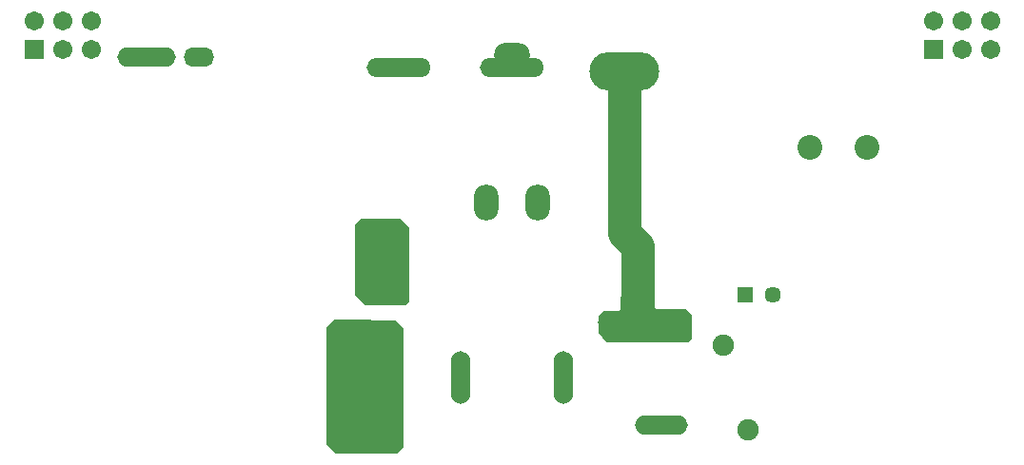
<source format=gbs>
G04 Layer_Color=16711935*
%FSLAX44Y44*%
%MOMM*%
G71*
G01*
G75*
%ADD53C,6.0000*%
%ADD67R,1.7032X1.7032*%
%ADD68C,1.7032*%
%ADD69O,4.7032X1.7032*%
%ADD70O,1.7032X4.7032*%
%ADD71O,2.2032X3.2032*%
%ADD72O,3.2032X2.2032*%
%ADD73O,6.2032X3.4032*%
%ADD74O,5.7032X1.7032*%
%ADD75C,2.2032*%
%ADD76R,1.4532X1.4532*%
%ADD77C,1.4532*%
%ADD78C,1.9032*%
%ADD79O,1.7032X6.7032*%
%ADD80O,5.2032X1.7032*%
%ADD81O,2.7032X1.7032*%
%ADD82C,3.0000*%
G36*
X321818Y-241158D02*
X328930Y-248270D01*
Y-322438D01*
Y-354188D01*
X328676Y-354442D01*
X322834Y-360284D01*
X268732D01*
X266446Y-357998D01*
X260096Y-351648D01*
Y-260970D01*
Y-247762D01*
X266954Y-240904D01*
X279146D01*
X321818Y-241158D01*
D02*
G37*
G36*
X547624Y-224140D02*
X554374Y-230890D01*
Y-231252D01*
X554406Y-231329D01*
X554482Y-231360D01*
X580091D01*
X585616Y-236885D01*
Y-257522D01*
X582422Y-260716D01*
X510032D01*
X505714Y-256398D01*
X502158Y-252842D01*
Y-243952D01*
Y-237602D01*
X504952Y-234808D01*
X506476Y-233284D01*
X519938D01*
X521970Y-231252D01*
Y-220584D01*
X547624Y-224140D01*
D02*
G37*
G36*
X328930Y-153020D02*
X334010Y-158100D01*
Y-198740D01*
Y-224140D01*
X330308Y-227842D01*
X294532D01*
X285750Y-219060D01*
Y-155560D01*
X290830Y-150480D01*
X326390D01*
X328930Y-153020D01*
D02*
G37*
D53*
X293116Y-329296D02*
Y-272400D01*
Y-329296D02*
X293370Y-329550D01*
D67*
X0Y0D02*
D03*
X800100D02*
D03*
D68*
X0Y25400D02*
D03*
X25400Y0D02*
D03*
Y25400D02*
D03*
X50800Y0D02*
D03*
Y25400D02*
D03*
X800100D02*
D03*
X825500Y0D02*
D03*
Y25400D02*
D03*
X850900Y0D02*
D03*
Y25400D02*
D03*
D69*
X525451Y-242847D02*
D03*
X292453Y-334605D02*
D03*
X292453Y-249605D02*
D03*
X558448D02*
D03*
X558448Y-334605D02*
D03*
D70*
X379950Y-292097D02*
D03*
X470950D02*
D03*
D71*
X402450Y-136597D02*
D03*
X448451D02*
D03*
D72*
X425451Y-4884D02*
D03*
D73*
X524942Y-19668D02*
D03*
D74*
X424942Y-16368D02*
D03*
X324942D02*
D03*
D75*
X690118Y-87488D02*
D03*
X740918D02*
D03*
D76*
X632460Y-218298D02*
D03*
D77*
X657460D02*
D03*
D78*
X613000Y-263440D02*
D03*
X635000Y-338440D02*
D03*
D79*
X311950Y-194610D02*
D03*
X273950Y-325110D02*
D03*
D80*
X100450Y-7110D02*
D03*
D81*
X146950D02*
D03*
D82*
X536956Y-226680D02*
Y-175118D01*
X525526Y-163688D02*
X536956Y-175118D01*
X525526Y-163688D02*
Y-24242D01*
X525018Y-23734D02*
X525526Y-24242D01*
M02*

</source>
